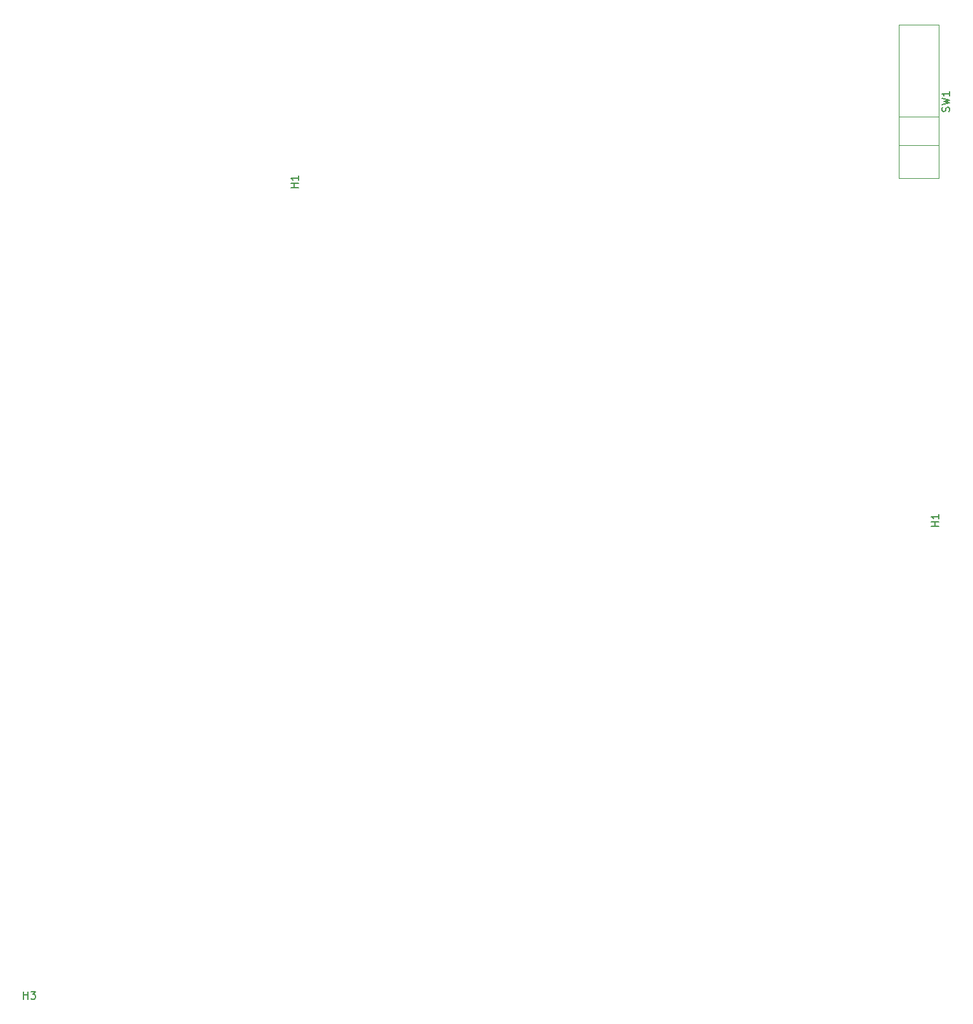
<source format=gbr>
%TF.GenerationSoftware,KiCad,Pcbnew,7.0.7-7.0.7~ubuntu22.04.1*%
%TF.CreationDate,2023-09-22T11:09:07-06:00*%
%TF.ProjectId,stepper_microscope_stage,73746570-7065-4725-9f6d-6963726f7363,1.1*%
%TF.SameCoordinates,Original*%
%TF.FileFunction,Legend,Top*%
%TF.FilePolarity,Positive*%
%FSLAX46Y46*%
G04 Gerber Fmt 4.6, Leading zero omitted, Abs format (unit mm)*
G04 Created by KiCad (PCBNEW 7.0.7-7.0.7~ubuntu22.04.1) date 2023-09-22 11:09:07*
%MOMM*%
%LPD*%
G01*
G04 APERTURE LIST*
%ADD10C,0.150000*%
%ADD11C,0.100000*%
G04 APERTURE END LIST*
D10*
X52988095Y-161354819D02*
X52988095Y-160354819D01*
X52988095Y-160831009D02*
X53559523Y-160831009D01*
X53559523Y-161354819D02*
X53559523Y-160354819D01*
X53940476Y-160354819D02*
X54559523Y-160354819D01*
X54559523Y-160354819D02*
X54226190Y-160735771D01*
X54226190Y-160735771D02*
X54369047Y-160735771D01*
X54369047Y-160735771D02*
X54464285Y-160783390D01*
X54464285Y-160783390D02*
X54511904Y-160831009D01*
X54511904Y-160831009D02*
X54559523Y-160926247D01*
X54559523Y-160926247D02*
X54559523Y-161164342D01*
X54559523Y-161164342D02*
X54511904Y-161259580D01*
X54511904Y-161259580D02*
X54464285Y-161307200D01*
X54464285Y-161307200D02*
X54369047Y-161354819D01*
X54369047Y-161354819D02*
X54083333Y-161354819D01*
X54083333Y-161354819D02*
X53988095Y-161307200D01*
X53988095Y-161307200D02*
X53940476Y-161259580D01*
X175204819Y-98211904D02*
X174204819Y-98211904D01*
X174681009Y-98211904D02*
X174681009Y-97640476D01*
X175204819Y-97640476D02*
X174204819Y-97640476D01*
X175204819Y-96640476D02*
X175204819Y-97211904D01*
X175204819Y-96926190D02*
X174204819Y-96926190D01*
X174204819Y-96926190D02*
X174347676Y-97021428D01*
X174347676Y-97021428D02*
X174442914Y-97116666D01*
X174442914Y-97116666D02*
X174490533Y-97211904D01*
X89654819Y-53011904D02*
X88654819Y-53011904D01*
X89131009Y-53011904D02*
X89131009Y-52440476D01*
X89654819Y-52440476D02*
X88654819Y-52440476D01*
X89654819Y-51440476D02*
X89654819Y-52011904D01*
X89654819Y-51726190D02*
X88654819Y-51726190D01*
X88654819Y-51726190D02*
X88797676Y-51821428D01*
X88797676Y-51821428D02*
X88892914Y-51916666D01*
X88892914Y-51916666D02*
X88940533Y-52011904D01*
X176594700Y-42833332D02*
X176642319Y-42690475D01*
X176642319Y-42690475D02*
X176642319Y-42452380D01*
X176642319Y-42452380D02*
X176594700Y-42357142D01*
X176594700Y-42357142D02*
X176547080Y-42309523D01*
X176547080Y-42309523D02*
X176451842Y-42261904D01*
X176451842Y-42261904D02*
X176356604Y-42261904D01*
X176356604Y-42261904D02*
X176261366Y-42309523D01*
X176261366Y-42309523D02*
X176213747Y-42357142D01*
X176213747Y-42357142D02*
X176166128Y-42452380D01*
X176166128Y-42452380D02*
X176118509Y-42642856D01*
X176118509Y-42642856D02*
X176070890Y-42738094D01*
X176070890Y-42738094D02*
X176023271Y-42785713D01*
X176023271Y-42785713D02*
X175928033Y-42833332D01*
X175928033Y-42833332D02*
X175832795Y-42833332D01*
X175832795Y-42833332D02*
X175737557Y-42785713D01*
X175737557Y-42785713D02*
X175689938Y-42738094D01*
X175689938Y-42738094D02*
X175642319Y-42642856D01*
X175642319Y-42642856D02*
X175642319Y-42404761D01*
X175642319Y-42404761D02*
X175689938Y-42261904D01*
X175642319Y-41928570D02*
X176642319Y-41690475D01*
X176642319Y-41690475D02*
X175928033Y-41499999D01*
X175928033Y-41499999D02*
X176642319Y-41309523D01*
X176642319Y-41309523D02*
X175642319Y-41071428D01*
X176642319Y-40166666D02*
X176642319Y-40738094D01*
X176642319Y-40452380D02*
X175642319Y-40452380D01*
X175642319Y-40452380D02*
X175785176Y-40547618D01*
X175785176Y-40547618D02*
X175880414Y-40642856D01*
X175880414Y-40642856D02*
X175928033Y-40738094D01*
D11*
%TO.C,SW1*%
X172500000Y-51736200D02*
X175167000Y-51736200D01*
X169833000Y-47316600D02*
X175167000Y-47316600D01*
X175167000Y-43506600D02*
X169833000Y-43506600D01*
X172500000Y-31263800D02*
X169833000Y-31263800D01*
X175167000Y-51736200D02*
X169833000Y-51736200D01*
X169833000Y-51736200D02*
X169833000Y-31263800D01*
X169833000Y-31263800D02*
X175167000Y-31263800D01*
X175167000Y-31263800D02*
X175167000Y-51736200D01*
%TD*%
M02*

</source>
